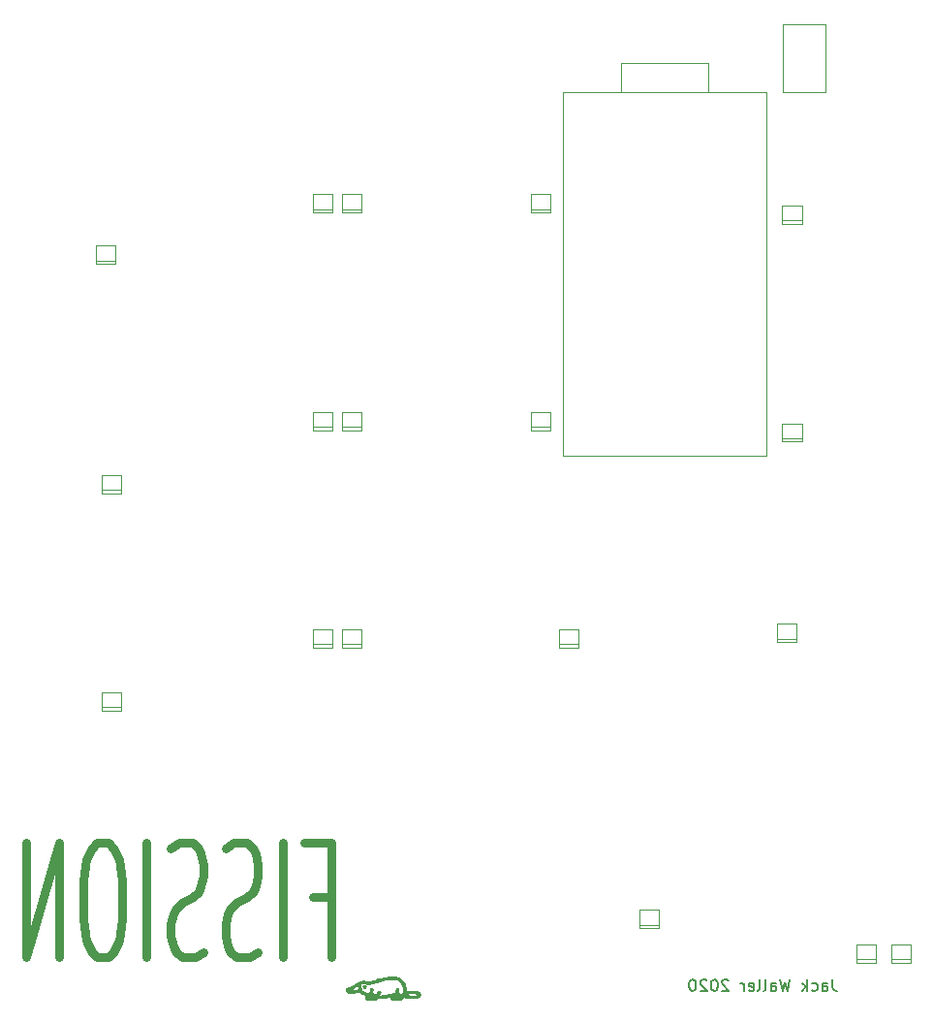
<source format=gbr>
%TF.GenerationSoftware,KiCad,Pcbnew,(5.1.6)-1*%
%TF.CreationDate,2020-08-26T09:56:27+01:00*%
%TF.ProjectId,Fission,46697373-696f-46e2-9e6b-696361645f70,rev?*%
%TF.SameCoordinates,Original*%
%TF.FileFunction,Legend,Bot*%
%TF.FilePolarity,Positive*%
%FSLAX46Y46*%
G04 Gerber Fmt 4.6, Leading zero omitted, Abs format (unit mm)*
G04 Created by KiCad (PCBNEW (5.1.6)-1) date 2020-08-26 09:56:27*
%MOMM*%
%LPD*%
G01*
G04 APERTURE LIST*
%ADD10C,0.150000*%
%ADD11C,0.750000*%
%ADD12C,0.010000*%
%ADD13C,0.120000*%
G04 APERTURE END LIST*
D10*
X124095238Y-141452380D02*
X124095238Y-142166666D01*
X124142857Y-142309523D01*
X124238095Y-142404761D01*
X124380952Y-142452380D01*
X124476190Y-142452380D01*
X123190476Y-142452380D02*
X123190476Y-141928571D01*
X123238095Y-141833333D01*
X123333333Y-141785714D01*
X123523809Y-141785714D01*
X123619047Y-141833333D01*
X123190476Y-142404761D02*
X123285714Y-142452380D01*
X123523809Y-142452380D01*
X123619047Y-142404761D01*
X123666666Y-142309523D01*
X123666666Y-142214285D01*
X123619047Y-142119047D01*
X123523809Y-142071428D01*
X123285714Y-142071428D01*
X123190476Y-142023809D01*
X122285714Y-142404761D02*
X122380952Y-142452380D01*
X122571428Y-142452380D01*
X122666666Y-142404761D01*
X122714285Y-142357142D01*
X122761904Y-142261904D01*
X122761904Y-141976190D01*
X122714285Y-141880952D01*
X122666666Y-141833333D01*
X122571428Y-141785714D01*
X122380952Y-141785714D01*
X122285714Y-141833333D01*
X121857142Y-142452380D02*
X121857142Y-141452380D01*
X121761904Y-142071428D02*
X121476190Y-142452380D01*
X121476190Y-141785714D02*
X121857142Y-142166666D01*
X120380952Y-141452380D02*
X120142857Y-142452380D01*
X119952380Y-141738095D01*
X119761904Y-142452380D01*
X119523809Y-141452380D01*
X118714285Y-142452380D02*
X118714285Y-141928571D01*
X118761904Y-141833333D01*
X118857142Y-141785714D01*
X119047619Y-141785714D01*
X119142857Y-141833333D01*
X118714285Y-142404761D02*
X118809523Y-142452380D01*
X119047619Y-142452380D01*
X119142857Y-142404761D01*
X119190476Y-142309523D01*
X119190476Y-142214285D01*
X119142857Y-142119047D01*
X119047619Y-142071428D01*
X118809523Y-142071428D01*
X118714285Y-142023809D01*
X118095238Y-142452380D02*
X118190476Y-142404761D01*
X118238095Y-142309523D01*
X118238095Y-141452380D01*
X117571428Y-142452380D02*
X117666666Y-142404761D01*
X117714285Y-142309523D01*
X117714285Y-141452380D01*
X116809523Y-142404761D02*
X116904761Y-142452380D01*
X117095238Y-142452380D01*
X117190476Y-142404761D01*
X117238095Y-142309523D01*
X117238095Y-141928571D01*
X117190476Y-141833333D01*
X117095238Y-141785714D01*
X116904761Y-141785714D01*
X116809523Y-141833333D01*
X116761904Y-141928571D01*
X116761904Y-142023809D01*
X117238095Y-142119047D01*
X116333333Y-142452380D02*
X116333333Y-141785714D01*
X116333333Y-141976190D02*
X116285714Y-141880952D01*
X116238095Y-141833333D01*
X116142857Y-141785714D01*
X116047619Y-141785714D01*
X115000000Y-141547619D02*
X114952380Y-141500000D01*
X114857142Y-141452380D01*
X114619047Y-141452380D01*
X114523809Y-141500000D01*
X114476190Y-141547619D01*
X114428571Y-141642857D01*
X114428571Y-141738095D01*
X114476190Y-141880952D01*
X115047619Y-142452380D01*
X114428571Y-142452380D01*
X113809523Y-141452380D02*
X113714285Y-141452380D01*
X113619047Y-141500000D01*
X113571428Y-141547619D01*
X113523809Y-141642857D01*
X113476190Y-141833333D01*
X113476190Y-142071428D01*
X113523809Y-142261904D01*
X113571428Y-142357142D01*
X113619047Y-142404761D01*
X113714285Y-142452380D01*
X113809523Y-142452380D01*
X113904761Y-142404761D01*
X113952380Y-142357142D01*
X114000000Y-142261904D01*
X114047619Y-142071428D01*
X114047619Y-141833333D01*
X114000000Y-141642857D01*
X113952380Y-141547619D01*
X113904761Y-141500000D01*
X113809523Y-141452380D01*
X113095238Y-141547619D02*
X113047619Y-141500000D01*
X112952380Y-141452380D01*
X112714285Y-141452380D01*
X112619047Y-141500000D01*
X112571428Y-141547619D01*
X112523809Y-141642857D01*
X112523809Y-141738095D01*
X112571428Y-141880952D01*
X113142857Y-142452380D01*
X112523809Y-142452380D01*
X111904761Y-141452380D02*
X111809523Y-141452380D01*
X111714285Y-141500000D01*
X111666666Y-141547619D01*
X111619047Y-141642857D01*
X111571428Y-141833333D01*
X111571428Y-142071428D01*
X111619047Y-142261904D01*
X111666666Y-142357142D01*
X111714285Y-142404761D01*
X111809523Y-142452380D01*
X111904761Y-142452380D01*
X112000000Y-142404761D01*
X112047619Y-142357142D01*
X112095238Y-142261904D01*
X112142857Y-142071428D01*
X112142857Y-141833333D01*
X112095238Y-141642857D01*
X112047619Y-141547619D01*
X112000000Y-141500000D01*
X111904761Y-141452380D01*
D11*
X78655357Y-134285714D02*
X80322023Y-134285714D01*
X80322023Y-139523809D02*
X80322023Y-129523809D01*
X77941071Y-129523809D01*
X76036309Y-139523809D02*
X76036309Y-129523809D01*
X73893452Y-139047619D02*
X73179166Y-139523809D01*
X71988690Y-139523809D01*
X71512500Y-139047619D01*
X71274404Y-138571428D01*
X71036309Y-137619047D01*
X71036309Y-136666666D01*
X71274404Y-135714285D01*
X71512500Y-135238095D01*
X71988690Y-134761904D01*
X72941071Y-134285714D01*
X73417261Y-133809523D01*
X73655357Y-133333333D01*
X73893452Y-132380952D01*
X73893452Y-131428571D01*
X73655357Y-130476190D01*
X73417261Y-130000000D01*
X72941071Y-129523809D01*
X71750595Y-129523809D01*
X71036309Y-130000000D01*
X69131547Y-139047619D02*
X68417261Y-139523809D01*
X67226785Y-139523809D01*
X66750595Y-139047619D01*
X66512500Y-138571428D01*
X66274404Y-137619047D01*
X66274404Y-136666666D01*
X66512500Y-135714285D01*
X66750595Y-135238095D01*
X67226785Y-134761904D01*
X68179166Y-134285714D01*
X68655357Y-133809523D01*
X68893452Y-133333333D01*
X69131547Y-132380952D01*
X69131547Y-131428571D01*
X68893452Y-130476190D01*
X68655357Y-130000000D01*
X68179166Y-129523809D01*
X66988690Y-129523809D01*
X66274404Y-130000000D01*
X64131547Y-139523809D02*
X64131547Y-129523809D01*
X60798214Y-129523809D02*
X59845833Y-129523809D01*
X59369642Y-130000000D01*
X58893452Y-130952380D01*
X58655357Y-132857142D01*
X58655357Y-136190476D01*
X58893452Y-138095238D01*
X59369642Y-139047619D01*
X59845833Y-139523809D01*
X60798214Y-139523809D01*
X61274404Y-139047619D01*
X61750595Y-138095238D01*
X61988690Y-136190476D01*
X61988690Y-132857142D01*
X61750595Y-130952380D01*
X61274404Y-130000000D01*
X60798214Y-129523809D01*
X56512500Y-139523809D02*
X56512500Y-129523809D01*
X53655357Y-139523809D01*
X53655357Y-129523809D01*
D12*
%TO.C,G\u002A\u002A\u002A*%
G36*
X85468750Y-141201128D02*
G01*
X85275621Y-141218664D01*
X85073649Y-141248007D01*
X84860200Y-141289650D01*
X84632642Y-141344086D01*
X84388340Y-141411807D01*
X84215800Y-141464287D01*
X84063983Y-141511419D01*
X83934778Y-141550412D01*
X83826864Y-141581631D01*
X83738918Y-141605442D01*
X83669619Y-141622209D01*
X83617644Y-141632298D01*
X83598548Y-141634867D01*
X83551893Y-141636837D01*
X83494998Y-141633122D01*
X83422787Y-141623224D01*
X83351747Y-141610740D01*
X83281569Y-141597986D01*
X83213684Y-141586324D01*
X83155358Y-141576959D01*
X83113855Y-141571096D01*
X83110447Y-141570696D01*
X83000411Y-141570590D01*
X82887773Y-141593801D01*
X82776486Y-141639111D01*
X82670500Y-141705296D01*
X82667416Y-141707613D01*
X82617243Y-141739813D01*
X82555653Y-141771369D01*
X82500804Y-141793772D01*
X82409115Y-141831335D01*
X82314458Y-141882297D01*
X82211677Y-141949556D01*
X82169037Y-141980271D01*
X82117094Y-142015398D01*
X82059744Y-142049490D01*
X82012616Y-142073620D01*
X81971144Y-142090821D01*
X81916869Y-142111227D01*
X81855257Y-142133027D01*
X81791775Y-142154410D01*
X81731887Y-142173566D01*
X81681062Y-142188686D01*
X81644765Y-142197958D01*
X81631008Y-142199999D01*
X81599956Y-142211392D01*
X81572286Y-142240534D01*
X81553584Y-142279868D01*
X81548800Y-142311229D01*
X81559268Y-142372061D01*
X81587753Y-142438490D01*
X81629884Y-142504124D01*
X81681288Y-142562569D01*
X81737592Y-142607431D01*
X81759907Y-142619853D01*
X81787206Y-142632057D01*
X81812567Y-142639681D01*
X81842221Y-142643318D01*
X81882399Y-142643559D01*
X81939333Y-142640995D01*
X81966248Y-142639432D01*
X82023269Y-142635005D01*
X82099316Y-142627597D01*
X82188277Y-142617887D01*
X82284044Y-142606552D01*
X82380504Y-142594269D01*
X82414180Y-142589752D01*
X82714409Y-142548880D01*
X82762380Y-142590348D01*
X82800916Y-142617928D01*
X82858371Y-142651611D01*
X82929759Y-142688908D01*
X83010097Y-142727328D01*
X83094401Y-142764383D01*
X83176137Y-142797001D01*
X83285824Y-142838273D01*
X83261416Y-142893452D01*
X83244398Y-142945150D01*
X83232988Y-143005961D01*
X83228081Y-143066867D01*
X83230572Y-143118853D01*
X83236583Y-143143589D01*
X83245572Y-143162924D01*
X83257624Y-143178586D01*
X83275268Y-143190922D01*
X83301031Y-143200283D01*
X83337442Y-143207017D01*
X83387030Y-143211474D01*
X83452322Y-143214003D01*
X83535847Y-143214953D01*
X83640134Y-143214674D01*
X83744548Y-143213756D01*
X83861922Y-143212466D01*
X83956867Y-143210932D01*
X84032354Y-143208688D01*
X84091354Y-143205264D01*
X84136837Y-143200191D01*
X84171773Y-143193000D01*
X84199133Y-143183224D01*
X84221888Y-143170393D01*
X84243007Y-143154038D01*
X84265462Y-143133690D01*
X84268211Y-143131123D01*
X84282180Y-143119405D01*
X84298095Y-143110687D01*
X84320206Y-143104212D01*
X84352764Y-143099218D01*
X84400022Y-143094949D01*
X84466232Y-143090643D01*
X84508684Y-143088188D01*
X84698296Y-143074849D01*
X84874680Y-143056585D01*
X85048332Y-143032015D01*
X85229750Y-142999753D01*
X85325534Y-142980538D01*
X85383835Y-142968515D01*
X85414771Y-142962194D01*
X84113176Y-142962194D01*
X84110861Y-142967802D01*
X84101500Y-142974700D01*
X84083382Y-142978358D01*
X84043118Y-142981546D01*
X83983961Y-142984139D01*
X83909162Y-142986013D01*
X83821974Y-142987044D01*
X83774029Y-142987205D01*
X83677878Y-142987199D01*
X83604286Y-142986888D01*
X83550410Y-142986040D01*
X83513410Y-142984422D01*
X83490444Y-142981801D01*
X83478670Y-142977942D01*
X83475246Y-142972615D01*
X83477332Y-142965585D01*
X83478673Y-142962984D01*
X83513609Y-142921920D01*
X83564866Y-142891834D01*
X83610269Y-142879504D01*
X83647196Y-142878832D01*
X83704356Y-142884736D01*
X83783130Y-142897405D01*
X83884576Y-142916960D01*
X83956300Y-142931492D01*
X84019162Y-142944096D01*
X84069033Y-142953954D01*
X84101787Y-142960249D01*
X84113176Y-142962194D01*
X85414771Y-142962194D01*
X85432175Y-142958638D01*
X85465648Y-142951902D01*
X85479348Y-142949303D01*
X85479413Y-142949300D01*
X85480075Y-142960881D01*
X85478970Y-142991311D01*
X85476340Y-143034117D01*
X85476197Y-143036123D01*
X85473660Y-143081667D01*
X85474728Y-143118807D01*
X85481684Y-143148390D01*
X85496810Y-143171258D01*
X85522390Y-143188257D01*
X85560704Y-143200231D01*
X85614036Y-143208023D01*
X85684668Y-143212480D01*
X85774882Y-143214444D01*
X85886961Y-143214760D01*
X85958468Y-143214539D01*
X86055434Y-143213863D01*
X86146057Y-143212671D01*
X86226676Y-143211057D01*
X86293627Y-143209111D01*
X86343249Y-143206926D01*
X86371877Y-143204594D01*
X86374800Y-143204109D01*
X86440896Y-143181712D01*
X86499680Y-143145045D01*
X86545288Y-143098858D01*
X86571856Y-143047902D01*
X86573031Y-143043571D01*
X86576540Y-143029643D01*
X86581582Y-143020438D01*
X86592232Y-143015820D01*
X86612561Y-143015649D01*
X86646643Y-143019790D01*
X86698552Y-143028105D01*
X86754390Y-143037460D01*
X86830004Y-143049554D01*
X86912903Y-143061935D01*
X86990609Y-143072776D01*
X87028850Y-143077694D01*
X87095953Y-143083941D01*
X87178308Y-143088532D01*
X87270579Y-143091469D01*
X87367430Y-143092756D01*
X87463524Y-143092393D01*
X87553524Y-143090383D01*
X87632093Y-143086728D01*
X87693896Y-143081431D01*
X87721000Y-143077410D01*
X87829073Y-143048093D01*
X87915858Y-143005380D01*
X87966361Y-142962194D01*
X86361076Y-142962194D01*
X86358761Y-142967802D01*
X86349400Y-142974700D01*
X86331849Y-142978309D01*
X86294057Y-142981312D01*
X86240168Y-142983699D01*
X86174325Y-142985462D01*
X86100672Y-142986593D01*
X86023350Y-142987082D01*
X85946503Y-142986921D01*
X85874275Y-142986102D01*
X85810808Y-142984616D01*
X85760245Y-142982454D01*
X85726729Y-142979608D01*
X85714403Y-142976069D01*
X85714400Y-142976015D01*
X85723183Y-142961494D01*
X85745387Y-142937931D01*
X85758315Y-142926074D01*
X85786854Y-142904168D01*
X85817094Y-142889220D01*
X85852809Y-142881138D01*
X85897776Y-142879830D01*
X85955769Y-142885204D01*
X86030563Y-142897168D01*
X86125933Y-142915630D01*
X86132476Y-142916960D01*
X86204200Y-142931492D01*
X86267062Y-142944096D01*
X86316933Y-142953954D01*
X86349687Y-142960249D01*
X86361076Y-142962194D01*
X87966361Y-142962194D01*
X87981841Y-142948957D01*
X88027072Y-142879450D01*
X88042722Y-142828758D01*
X88050018Y-142768445D01*
X88049960Y-142765801D01*
X87831213Y-142765801D01*
X87818123Y-142793273D01*
X87785590Y-142819218D01*
X87736515Y-142841464D01*
X87673796Y-142857836D01*
X87660343Y-142860140D01*
X87602994Y-142865866D01*
X87525557Y-142868805D01*
X87433172Y-142869128D01*
X87330976Y-142867009D01*
X87224109Y-142862617D01*
X87117710Y-142856127D01*
X87016919Y-142847709D01*
X86926873Y-142837536D01*
X86908200Y-142834963D01*
X86840569Y-142825032D01*
X86782329Y-142816041D01*
X86737880Y-142808703D01*
X86711623Y-142803734D01*
X86706455Y-142802212D01*
X86709007Y-142789694D01*
X86721345Y-142767496D01*
X86749070Y-142744118D01*
X86798458Y-142722107D01*
X86865787Y-142701985D01*
X86947333Y-142684270D01*
X87039373Y-142669484D01*
X87138186Y-142658145D01*
X87240048Y-142650775D01*
X87341237Y-142647893D01*
X87438029Y-142650019D01*
X87516442Y-142656425D01*
X87598012Y-142668144D01*
X87673635Y-142683170D01*
X87738700Y-142700256D01*
X87788592Y-142718156D01*
X87818700Y-142735623D01*
X87821960Y-142738978D01*
X87831213Y-142765801D01*
X88049960Y-142765801D01*
X88048693Y-142708533D01*
X88038478Y-142659047D01*
X88033284Y-142647044D01*
X87989886Y-142588935D01*
X87924281Y-142538933D01*
X87835679Y-142496551D01*
X87735848Y-142464583D01*
X87666899Y-142450886D01*
X87578675Y-142440447D01*
X87477109Y-142433415D01*
X87368133Y-142429939D01*
X87257682Y-142430167D01*
X87151688Y-142434250D01*
X87056085Y-142442336D01*
X87022500Y-142446664D01*
X86962717Y-142455570D01*
X86910976Y-142463760D01*
X86873184Y-142470268D01*
X86856004Y-142473883D01*
X86845244Y-142473154D01*
X86837743Y-142460333D01*
X86833595Y-142438714D01*
X86602576Y-142438714D01*
X86602489Y-142479357D01*
X86598202Y-142509940D01*
X86588636Y-142538091D01*
X86572712Y-142571439D01*
X86572459Y-142571940D01*
X86543559Y-142621852D01*
X86508572Y-142672646D01*
X86490575Y-142695202D01*
X86443261Y-142750137D01*
X86075951Y-142678521D01*
X86105511Y-142563085D01*
X86120161Y-142498595D01*
X86132666Y-142430429D01*
X86140812Y-142371024D01*
X86141926Y-142358750D01*
X86144710Y-142310195D01*
X86142960Y-142279295D01*
X86135380Y-142258514D01*
X86121739Y-142241428D01*
X86079697Y-142211783D01*
X86032941Y-142201394D01*
X85988333Y-142210165D01*
X85952737Y-142238001D01*
X85948583Y-142243838D01*
X85936659Y-142271885D01*
X85924882Y-142315652D01*
X85915947Y-142364757D01*
X85905614Y-142424734D01*
X85890801Y-142493490D01*
X85875600Y-142552870D01*
X85847750Y-142650800D01*
X85785112Y-142654742D01*
X85748175Y-142659285D01*
X85693933Y-142668740D01*
X85629688Y-142681724D01*
X85562862Y-142696825D01*
X85409916Y-142732543D01*
X85273988Y-142762206D01*
X85148499Y-142786904D01*
X85026871Y-142807721D01*
X84902525Y-142825747D01*
X84768881Y-142842066D01*
X84619361Y-142857767D01*
X84546000Y-142864840D01*
X84470039Y-142870539D01*
X84418794Y-142870954D01*
X84392133Y-142866080D01*
X84389014Y-142857225D01*
X84399421Y-142840912D01*
X84420734Y-142808100D01*
X84449883Y-142763497D01*
X84483797Y-142711812D01*
X84485013Y-142709963D01*
X84525446Y-142646278D01*
X84552039Y-142598613D01*
X84566714Y-142563067D01*
X84571394Y-142535743D01*
X84571400Y-142534760D01*
X84560362Y-142487839D01*
X84531216Y-142452391D01*
X84489915Y-142431752D01*
X84442414Y-142429259D01*
X84405441Y-142441759D01*
X84389288Y-142457001D01*
X84362971Y-142489093D01*
X84330001Y-142533482D01*
X84293893Y-142585617D01*
X84290310Y-142590984D01*
X84255480Y-142643056D01*
X84225340Y-142687608D01*
X84202871Y-142720274D01*
X84191051Y-142736686D01*
X84190455Y-142737393D01*
X84175302Y-142738766D01*
X84140005Y-142735492D01*
X84089270Y-142728191D01*
X84027800Y-142717481D01*
X84003044Y-142712733D01*
X83824946Y-142677729D01*
X83842170Y-142628910D01*
X83856896Y-142578412D01*
X83871541Y-142513625D01*
X83884426Y-142443817D01*
X83893871Y-142378257D01*
X83898195Y-142326212D01*
X83898300Y-142319247D01*
X83887685Y-142264981D01*
X83858557Y-142225436D01*
X83814992Y-142203799D01*
X83761067Y-142203258D01*
X83752411Y-142205174D01*
X83721609Y-142220568D01*
X83698565Y-142251308D01*
X83681538Y-142300783D01*
X83669627Y-142366202D01*
X83658458Y-142429944D01*
X83642584Y-142500946D01*
X83627672Y-142556109D01*
X83598954Y-142650850D01*
X83542252Y-142661830D01*
X83516657Y-142665517D01*
X83491458Y-142665108D01*
X83461393Y-142659405D01*
X83421196Y-142647207D01*
X83365605Y-142627318D01*
X83326800Y-142612756D01*
X83247366Y-142581519D01*
X83166717Y-142547706D01*
X83089484Y-142513456D01*
X83020299Y-142480906D01*
X82963793Y-142452194D01*
X82924598Y-142429460D01*
X82914920Y-142422609D01*
X82904119Y-142410699D01*
X82896155Y-142391549D01*
X82890125Y-142360580D01*
X82885126Y-142313215D01*
X82884879Y-142309764D01*
X82663658Y-142309764D01*
X82661958Y-142322976D01*
X82647615Y-142326810D01*
X82611856Y-142333228D01*
X82558478Y-142341713D01*
X82491274Y-142351751D01*
X82414040Y-142362824D01*
X82330570Y-142374417D01*
X82244660Y-142386015D01*
X82160104Y-142397100D01*
X82080698Y-142407158D01*
X82010236Y-142415673D01*
X81952514Y-142422128D01*
X81911326Y-142426007D01*
X81898050Y-142426823D01*
X81867002Y-142420096D01*
X81850425Y-142410921D01*
X81832694Y-142394579D01*
X81828200Y-142386826D01*
X81839335Y-142379736D01*
X81868211Y-142368720D01*
X81899949Y-142358744D01*
X82020487Y-142316315D01*
X82143080Y-142259942D01*
X82256748Y-142194967D01*
X82306761Y-142160952D01*
X82363439Y-142121792D01*
X82423435Y-142083727D01*
X82481901Y-142049477D01*
X82533988Y-142021766D01*
X82574845Y-142003314D01*
X82599129Y-141996839D01*
X82611947Y-142007829D01*
X82624830Y-142035191D01*
X82627697Y-142044425D01*
X82635547Y-142079268D01*
X82643683Y-142126230D01*
X82651334Y-142179036D01*
X82657728Y-142231411D01*
X82662093Y-142277079D01*
X82663658Y-142309764D01*
X82884879Y-142309764D01*
X82880437Y-142247714D01*
X82874061Y-142174917D01*
X82864594Y-142099651D01*
X82853443Y-142031989D01*
X82844642Y-141991593D01*
X82832625Y-141943585D01*
X82823583Y-141904998D01*
X82819052Y-141882467D01*
X82818800Y-141879929D01*
X82829426Y-141869318D01*
X82857336Y-141852099D01*
X82896580Y-141831927D01*
X82898175Y-141831170D01*
X82945670Y-141811513D01*
X82992400Y-141799361D01*
X83043351Y-141794633D01*
X83103512Y-141797249D01*
X83177869Y-141807130D01*
X83271409Y-141824195D01*
X83276000Y-141825101D01*
X83355333Y-141839825D01*
X83426996Y-141850373D01*
X83494236Y-141856310D01*
X83560299Y-141857202D01*
X83628433Y-141852613D01*
X83701885Y-141842109D01*
X83783901Y-141825256D01*
X83877729Y-141801617D01*
X83986616Y-141770759D01*
X84113808Y-141732247D01*
X84222150Y-141698399D01*
X84506900Y-141613117D01*
X84771518Y-141542994D01*
X85015966Y-141488038D01*
X85240206Y-141448257D01*
X85444198Y-141423656D01*
X85627906Y-141414245D01*
X85739800Y-141416449D01*
X85890523Y-141434963D01*
X86026667Y-141474166D01*
X86148912Y-141534445D01*
X86257941Y-141616186D01*
X86354436Y-141719773D01*
X86407887Y-141794550D01*
X86487935Y-141940370D01*
X86548066Y-142098528D01*
X86586499Y-142263583D01*
X86599542Y-142380382D01*
X86602576Y-142438714D01*
X86833595Y-142438714D01*
X86832110Y-142430976D01*
X86827007Y-142381266D01*
X86800016Y-142186207D01*
X86754351Y-142004578D01*
X86690646Y-141837593D01*
X86609537Y-141686467D01*
X86511660Y-141552415D01*
X86397651Y-141436651D01*
X86289783Y-141354368D01*
X86180324Y-141292166D01*
X86062135Y-141246037D01*
X85931730Y-141215102D01*
X85785618Y-141198484D01*
X85655670Y-141194907D01*
X85468750Y-141201128D01*
G37*
X85468750Y-141201128D02*
X85275621Y-141218664D01*
X85073649Y-141248007D01*
X84860200Y-141289650D01*
X84632642Y-141344086D01*
X84388340Y-141411807D01*
X84215800Y-141464287D01*
X84063983Y-141511419D01*
X83934778Y-141550412D01*
X83826864Y-141581631D01*
X83738918Y-141605442D01*
X83669619Y-141622209D01*
X83617644Y-141632298D01*
X83598548Y-141634867D01*
X83551893Y-141636837D01*
X83494998Y-141633122D01*
X83422787Y-141623224D01*
X83351747Y-141610740D01*
X83281569Y-141597986D01*
X83213684Y-141586324D01*
X83155358Y-141576959D01*
X83113855Y-141571096D01*
X83110447Y-141570696D01*
X83000411Y-141570590D01*
X82887773Y-141593801D01*
X82776486Y-141639111D01*
X82670500Y-141705296D01*
X82667416Y-141707613D01*
X82617243Y-141739813D01*
X82555653Y-141771369D01*
X82500804Y-141793772D01*
X82409115Y-141831335D01*
X82314458Y-141882297D01*
X82211677Y-141949556D01*
X82169037Y-141980271D01*
X82117094Y-142015398D01*
X82059744Y-142049490D01*
X82012616Y-142073620D01*
X81971144Y-142090821D01*
X81916869Y-142111227D01*
X81855257Y-142133027D01*
X81791775Y-142154410D01*
X81731887Y-142173566D01*
X81681062Y-142188686D01*
X81644765Y-142197958D01*
X81631008Y-142199999D01*
X81599956Y-142211392D01*
X81572286Y-142240534D01*
X81553584Y-142279868D01*
X81548800Y-142311229D01*
X81559268Y-142372061D01*
X81587753Y-142438490D01*
X81629884Y-142504124D01*
X81681288Y-142562569D01*
X81737592Y-142607431D01*
X81759907Y-142619853D01*
X81787206Y-142632057D01*
X81812567Y-142639681D01*
X81842221Y-142643318D01*
X81882399Y-142643559D01*
X81939333Y-142640995D01*
X81966248Y-142639432D01*
X82023269Y-142635005D01*
X82099316Y-142627597D01*
X82188277Y-142617887D01*
X82284044Y-142606552D01*
X82380504Y-142594269D01*
X82414180Y-142589752D01*
X82714409Y-142548880D01*
X82762380Y-142590348D01*
X82800916Y-142617928D01*
X82858371Y-142651611D01*
X82929759Y-142688908D01*
X83010097Y-142727328D01*
X83094401Y-142764383D01*
X83176137Y-142797001D01*
X83285824Y-142838273D01*
X83261416Y-142893452D01*
X83244398Y-142945150D01*
X83232988Y-143005961D01*
X83228081Y-143066867D01*
X83230572Y-143118853D01*
X83236583Y-143143589D01*
X83245572Y-143162924D01*
X83257624Y-143178586D01*
X83275268Y-143190922D01*
X83301031Y-143200283D01*
X83337442Y-143207017D01*
X83387030Y-143211474D01*
X83452322Y-143214003D01*
X83535847Y-143214953D01*
X83640134Y-143214674D01*
X83744548Y-143213756D01*
X83861922Y-143212466D01*
X83956867Y-143210932D01*
X84032354Y-143208688D01*
X84091354Y-143205264D01*
X84136837Y-143200191D01*
X84171773Y-143193000D01*
X84199133Y-143183224D01*
X84221888Y-143170393D01*
X84243007Y-143154038D01*
X84265462Y-143133690D01*
X84268211Y-143131123D01*
X84282180Y-143119405D01*
X84298095Y-143110687D01*
X84320206Y-143104212D01*
X84352764Y-143099218D01*
X84400022Y-143094949D01*
X84466232Y-143090643D01*
X84508684Y-143088188D01*
X84698296Y-143074849D01*
X84874680Y-143056585D01*
X85048332Y-143032015D01*
X85229750Y-142999753D01*
X85325534Y-142980538D01*
X85383835Y-142968515D01*
X85414771Y-142962194D01*
X84113176Y-142962194D01*
X84110861Y-142967802D01*
X84101500Y-142974700D01*
X84083382Y-142978358D01*
X84043118Y-142981546D01*
X83983961Y-142984139D01*
X83909162Y-142986013D01*
X83821974Y-142987044D01*
X83774029Y-142987205D01*
X83677878Y-142987199D01*
X83604286Y-142986888D01*
X83550410Y-142986040D01*
X83513410Y-142984422D01*
X83490444Y-142981801D01*
X83478670Y-142977942D01*
X83475246Y-142972615D01*
X83477332Y-142965585D01*
X83478673Y-142962984D01*
X83513609Y-142921920D01*
X83564866Y-142891834D01*
X83610269Y-142879504D01*
X83647196Y-142878832D01*
X83704356Y-142884736D01*
X83783130Y-142897405D01*
X83884576Y-142916960D01*
X83956300Y-142931492D01*
X84019162Y-142944096D01*
X84069033Y-142953954D01*
X84101787Y-142960249D01*
X84113176Y-142962194D01*
X85414771Y-142962194D01*
X85432175Y-142958638D01*
X85465648Y-142951902D01*
X85479348Y-142949303D01*
X85479413Y-142949300D01*
X85480075Y-142960881D01*
X85478970Y-142991311D01*
X85476340Y-143034117D01*
X85476197Y-143036123D01*
X85473660Y-143081667D01*
X85474728Y-143118807D01*
X85481684Y-143148390D01*
X85496810Y-143171258D01*
X85522390Y-143188257D01*
X85560704Y-143200231D01*
X85614036Y-143208023D01*
X85684668Y-143212480D01*
X85774882Y-143214444D01*
X85886961Y-143214760D01*
X85958468Y-143214539D01*
X86055434Y-143213863D01*
X86146057Y-143212671D01*
X86226676Y-143211057D01*
X86293627Y-143209111D01*
X86343249Y-143206926D01*
X86371877Y-143204594D01*
X86374800Y-143204109D01*
X86440896Y-143181712D01*
X86499680Y-143145045D01*
X86545288Y-143098858D01*
X86571856Y-143047902D01*
X86573031Y-143043571D01*
X86576540Y-143029643D01*
X86581582Y-143020438D01*
X86592232Y-143015820D01*
X86612561Y-143015649D01*
X86646643Y-143019790D01*
X86698552Y-143028105D01*
X86754390Y-143037460D01*
X86830004Y-143049554D01*
X86912903Y-143061935D01*
X86990609Y-143072776D01*
X87028850Y-143077694D01*
X87095953Y-143083941D01*
X87178308Y-143088532D01*
X87270579Y-143091469D01*
X87367430Y-143092756D01*
X87463524Y-143092393D01*
X87553524Y-143090383D01*
X87632093Y-143086728D01*
X87693896Y-143081431D01*
X87721000Y-143077410D01*
X87829073Y-143048093D01*
X87915858Y-143005380D01*
X87966361Y-142962194D01*
X86361076Y-142962194D01*
X86358761Y-142967802D01*
X86349400Y-142974700D01*
X86331849Y-142978309D01*
X86294057Y-142981312D01*
X86240168Y-142983699D01*
X86174325Y-142985462D01*
X86100672Y-142986593D01*
X86023350Y-142987082D01*
X85946503Y-142986921D01*
X85874275Y-142986102D01*
X85810808Y-142984616D01*
X85760245Y-142982454D01*
X85726729Y-142979608D01*
X85714403Y-142976069D01*
X85714400Y-142976015D01*
X85723183Y-142961494D01*
X85745387Y-142937931D01*
X85758315Y-142926074D01*
X85786854Y-142904168D01*
X85817094Y-142889220D01*
X85852809Y-142881138D01*
X85897776Y-142879830D01*
X85955769Y-142885204D01*
X86030563Y-142897168D01*
X86125933Y-142915630D01*
X86132476Y-142916960D01*
X86204200Y-142931492D01*
X86267062Y-142944096D01*
X86316933Y-142953954D01*
X86349687Y-142960249D01*
X86361076Y-142962194D01*
X87966361Y-142962194D01*
X87981841Y-142948957D01*
X88027072Y-142879450D01*
X88042722Y-142828758D01*
X88050018Y-142768445D01*
X88049960Y-142765801D01*
X87831213Y-142765801D01*
X87818123Y-142793273D01*
X87785590Y-142819218D01*
X87736515Y-142841464D01*
X87673796Y-142857836D01*
X87660343Y-142860140D01*
X87602994Y-142865866D01*
X87525557Y-142868805D01*
X87433172Y-142869128D01*
X87330976Y-142867009D01*
X87224109Y-142862617D01*
X87117710Y-142856127D01*
X87016919Y-142847709D01*
X86926873Y-142837536D01*
X86908200Y-142834963D01*
X86840569Y-142825032D01*
X86782329Y-142816041D01*
X86737880Y-142808703D01*
X86711623Y-142803734D01*
X86706455Y-142802212D01*
X86709007Y-142789694D01*
X86721345Y-142767496D01*
X86749070Y-142744118D01*
X86798458Y-142722107D01*
X86865787Y-142701985D01*
X86947333Y-142684270D01*
X87039373Y-142669484D01*
X87138186Y-142658145D01*
X87240048Y-142650775D01*
X87341237Y-142647893D01*
X87438029Y-142650019D01*
X87516442Y-142656425D01*
X87598012Y-142668144D01*
X87673635Y-142683170D01*
X87738700Y-142700256D01*
X87788592Y-142718156D01*
X87818700Y-142735623D01*
X87821960Y-142738978D01*
X87831213Y-142765801D01*
X88049960Y-142765801D01*
X88048693Y-142708533D01*
X88038478Y-142659047D01*
X88033284Y-142647044D01*
X87989886Y-142588935D01*
X87924281Y-142538933D01*
X87835679Y-142496551D01*
X87735848Y-142464583D01*
X87666899Y-142450886D01*
X87578675Y-142440447D01*
X87477109Y-142433415D01*
X87368133Y-142429939D01*
X87257682Y-142430167D01*
X87151688Y-142434250D01*
X87056085Y-142442336D01*
X87022500Y-142446664D01*
X86962717Y-142455570D01*
X86910976Y-142463760D01*
X86873184Y-142470268D01*
X86856004Y-142473883D01*
X86845244Y-142473154D01*
X86837743Y-142460333D01*
X86833595Y-142438714D01*
X86602576Y-142438714D01*
X86602489Y-142479357D01*
X86598202Y-142509940D01*
X86588636Y-142538091D01*
X86572712Y-142571439D01*
X86572459Y-142571940D01*
X86543559Y-142621852D01*
X86508572Y-142672646D01*
X86490575Y-142695202D01*
X86443261Y-142750137D01*
X86075951Y-142678521D01*
X86105511Y-142563085D01*
X86120161Y-142498595D01*
X86132666Y-142430429D01*
X86140812Y-142371024D01*
X86141926Y-142358750D01*
X86144710Y-142310195D01*
X86142960Y-142279295D01*
X86135380Y-142258514D01*
X86121739Y-142241428D01*
X86079697Y-142211783D01*
X86032941Y-142201394D01*
X85988333Y-142210165D01*
X85952737Y-142238001D01*
X85948583Y-142243838D01*
X85936659Y-142271885D01*
X85924882Y-142315652D01*
X85915947Y-142364757D01*
X85905614Y-142424734D01*
X85890801Y-142493490D01*
X85875600Y-142552870D01*
X85847750Y-142650800D01*
X85785112Y-142654742D01*
X85748175Y-142659285D01*
X85693933Y-142668740D01*
X85629688Y-142681724D01*
X85562862Y-142696825D01*
X85409916Y-142732543D01*
X85273988Y-142762206D01*
X85148499Y-142786904D01*
X85026871Y-142807721D01*
X84902525Y-142825747D01*
X84768881Y-142842066D01*
X84619361Y-142857767D01*
X84546000Y-142864840D01*
X84470039Y-142870539D01*
X84418794Y-142870954D01*
X84392133Y-142866080D01*
X84389014Y-142857225D01*
X84399421Y-142840912D01*
X84420734Y-142808100D01*
X84449883Y-142763497D01*
X84483797Y-142711812D01*
X84485013Y-142709963D01*
X84525446Y-142646278D01*
X84552039Y-142598613D01*
X84566714Y-142563067D01*
X84571394Y-142535743D01*
X84571400Y-142534760D01*
X84560362Y-142487839D01*
X84531216Y-142452391D01*
X84489915Y-142431752D01*
X84442414Y-142429259D01*
X84405441Y-142441759D01*
X84389288Y-142457001D01*
X84362971Y-142489093D01*
X84330001Y-142533482D01*
X84293893Y-142585617D01*
X84290310Y-142590984D01*
X84255480Y-142643056D01*
X84225340Y-142687608D01*
X84202871Y-142720274D01*
X84191051Y-142736686D01*
X84190455Y-142737393D01*
X84175302Y-142738766D01*
X84140005Y-142735492D01*
X84089270Y-142728191D01*
X84027800Y-142717481D01*
X84003044Y-142712733D01*
X83824946Y-142677729D01*
X83842170Y-142628910D01*
X83856896Y-142578412D01*
X83871541Y-142513625D01*
X83884426Y-142443817D01*
X83893871Y-142378257D01*
X83898195Y-142326212D01*
X83898300Y-142319247D01*
X83887685Y-142264981D01*
X83858557Y-142225436D01*
X83814992Y-142203799D01*
X83761067Y-142203258D01*
X83752411Y-142205174D01*
X83721609Y-142220568D01*
X83698565Y-142251308D01*
X83681538Y-142300783D01*
X83669627Y-142366202D01*
X83658458Y-142429944D01*
X83642584Y-142500946D01*
X83627672Y-142556109D01*
X83598954Y-142650850D01*
X83542252Y-142661830D01*
X83516657Y-142665517D01*
X83491458Y-142665108D01*
X83461393Y-142659405D01*
X83421196Y-142647207D01*
X83365605Y-142627318D01*
X83326800Y-142612756D01*
X83247366Y-142581519D01*
X83166717Y-142547706D01*
X83089484Y-142513456D01*
X83020299Y-142480906D01*
X82963793Y-142452194D01*
X82924598Y-142429460D01*
X82914920Y-142422609D01*
X82904119Y-142410699D01*
X82896155Y-142391549D01*
X82890125Y-142360580D01*
X82885126Y-142313215D01*
X82884879Y-142309764D01*
X82663658Y-142309764D01*
X82661958Y-142322976D01*
X82647615Y-142326810D01*
X82611856Y-142333228D01*
X82558478Y-142341713D01*
X82491274Y-142351751D01*
X82414040Y-142362824D01*
X82330570Y-142374417D01*
X82244660Y-142386015D01*
X82160104Y-142397100D01*
X82080698Y-142407158D01*
X82010236Y-142415673D01*
X81952514Y-142422128D01*
X81911326Y-142426007D01*
X81898050Y-142426823D01*
X81867002Y-142420096D01*
X81850425Y-142410921D01*
X81832694Y-142394579D01*
X81828200Y-142386826D01*
X81839335Y-142379736D01*
X81868211Y-142368720D01*
X81899949Y-142358744D01*
X82020487Y-142316315D01*
X82143080Y-142259942D01*
X82256748Y-142194967D01*
X82306761Y-142160952D01*
X82363439Y-142121792D01*
X82423435Y-142083727D01*
X82481901Y-142049477D01*
X82533988Y-142021766D01*
X82574845Y-142003314D01*
X82599129Y-141996839D01*
X82611947Y-142007829D01*
X82624830Y-142035191D01*
X82627697Y-142044425D01*
X82635547Y-142079268D01*
X82643683Y-142126230D01*
X82651334Y-142179036D01*
X82657728Y-142231411D01*
X82662093Y-142277079D01*
X82663658Y-142309764D01*
X82884879Y-142309764D01*
X82880437Y-142247714D01*
X82874061Y-142174917D01*
X82864594Y-142099651D01*
X82853443Y-142031989D01*
X82844642Y-141991593D01*
X82832625Y-141943585D01*
X82823583Y-141904998D01*
X82819052Y-141882467D01*
X82818800Y-141879929D01*
X82829426Y-141869318D01*
X82857336Y-141852099D01*
X82896580Y-141831927D01*
X82898175Y-141831170D01*
X82945670Y-141811513D01*
X82992400Y-141799361D01*
X83043351Y-141794633D01*
X83103512Y-141797249D01*
X83177869Y-141807130D01*
X83271409Y-141824195D01*
X83276000Y-141825101D01*
X83355333Y-141839825D01*
X83426996Y-141850373D01*
X83494236Y-141856310D01*
X83560299Y-141857202D01*
X83628433Y-141852613D01*
X83701885Y-141842109D01*
X83783901Y-141825256D01*
X83877729Y-141801617D01*
X83986616Y-141770759D01*
X84113808Y-141732247D01*
X84222150Y-141698399D01*
X84506900Y-141613117D01*
X84771518Y-141542994D01*
X85015966Y-141488038D01*
X85240206Y-141448257D01*
X85444198Y-141423656D01*
X85627906Y-141414245D01*
X85739800Y-141416449D01*
X85890523Y-141434963D01*
X86026667Y-141474166D01*
X86148912Y-141534445D01*
X86257941Y-141616186D01*
X86354436Y-141719773D01*
X86407887Y-141794550D01*
X86487935Y-141940370D01*
X86548066Y-142098528D01*
X86586499Y-142263583D01*
X86599542Y-142380382D01*
X86602576Y-142438714D01*
X86833595Y-142438714D01*
X86832110Y-142430976D01*
X86827007Y-142381266D01*
X86800016Y-142186207D01*
X86754351Y-142004578D01*
X86690646Y-141837593D01*
X86609537Y-141686467D01*
X86511660Y-141552415D01*
X86397651Y-141436651D01*
X86289783Y-141354368D01*
X86180324Y-141292166D01*
X86062135Y-141246037D01*
X85931730Y-141215102D01*
X85785618Y-141198484D01*
X85655670Y-141194907D01*
X85468750Y-141201128D01*
G36*
X83136142Y-141956937D02*
G01*
X83091628Y-141977410D01*
X83056944Y-142013061D01*
X83037412Y-142062017D01*
X83034983Y-142089849D01*
X83046135Y-142146678D01*
X83075841Y-142190050D01*
X83119472Y-142216889D01*
X83172401Y-142224121D01*
X83220271Y-142212953D01*
X83262001Y-142183615D01*
X83289351Y-142139584D01*
X83300337Y-142088338D01*
X83292973Y-142037354D01*
X83275423Y-142005300D01*
X83233363Y-141969010D01*
X83185161Y-141953513D01*
X83136142Y-141956937D01*
G37*
X83136142Y-141956937D02*
X83091628Y-141977410D01*
X83056944Y-142013061D01*
X83037412Y-142062017D01*
X83034983Y-142089849D01*
X83046135Y-142146678D01*
X83075841Y-142190050D01*
X83119472Y-142216889D01*
X83172401Y-142224121D01*
X83220271Y-142212953D01*
X83262001Y-142183615D01*
X83289351Y-142139584D01*
X83300337Y-142088338D01*
X83292973Y-142037354D01*
X83275423Y-142005300D01*
X83233363Y-141969010D01*
X83185161Y-141953513D01*
X83136142Y-141956937D01*
D13*
%TO.C,D18*%
X129200000Y-138400000D02*
X130900000Y-138400000D01*
X130900000Y-138400000D02*
X130900000Y-140000000D01*
X130900000Y-140000000D02*
X129200000Y-140000000D01*
X129200000Y-140000000D02*
X129200000Y-138400000D01*
X129200000Y-139700000D02*
X130900000Y-139700000D01*
%TO.C,D17*%
X126200000Y-138400000D02*
X127900000Y-138400000D01*
X127900000Y-138400000D02*
X127900000Y-140000000D01*
X127900000Y-140000000D02*
X126200000Y-140000000D01*
X126200000Y-140000000D02*
X126200000Y-138400000D01*
X126200000Y-139700000D02*
X127900000Y-139700000D01*
%TO.C,D16*%
X107200000Y-135400000D02*
X108900000Y-135400000D01*
X108900000Y-135400000D02*
X108900000Y-137000000D01*
X108900000Y-137000000D02*
X107200000Y-137000000D01*
X107200000Y-137000000D02*
X107200000Y-135400000D01*
X107200000Y-136700000D02*
X108900000Y-136700000D01*
%TO.C,D15*%
X119200000Y-110400000D02*
X120900000Y-110400000D01*
X120900000Y-110400000D02*
X120900000Y-112000000D01*
X120900000Y-112000000D02*
X119200000Y-112000000D01*
X119200000Y-112000000D02*
X119200000Y-110400000D01*
X119200000Y-111700000D02*
X120900000Y-111700000D01*
%TO.C,D14*%
X100200000Y-110900000D02*
X101900000Y-110900000D01*
X101900000Y-110900000D02*
X101900000Y-112500000D01*
X101900000Y-112500000D02*
X100200000Y-112500000D01*
X100200000Y-112500000D02*
X100200000Y-110900000D01*
X100200000Y-112200000D02*
X101900000Y-112200000D01*
%TO.C,D13*%
X81200000Y-110900000D02*
X82900000Y-110900000D01*
X82900000Y-110900000D02*
X82900000Y-112500000D01*
X82900000Y-112500000D02*
X81200000Y-112500000D01*
X81200000Y-112500000D02*
X81200000Y-110900000D01*
X81200000Y-112200000D02*
X82900000Y-112200000D01*
%TO.C,D12*%
X78700000Y-110900000D02*
X80400000Y-110900000D01*
X80400000Y-110900000D02*
X80400000Y-112500000D01*
X80400000Y-112500000D02*
X78700000Y-112500000D01*
X78700000Y-112500000D02*
X78700000Y-110900000D01*
X78700000Y-112200000D02*
X80400000Y-112200000D01*
%TO.C,D11*%
X60200000Y-116400000D02*
X61900000Y-116400000D01*
X61900000Y-116400000D02*
X61900000Y-118000000D01*
X61900000Y-118000000D02*
X60200000Y-118000000D01*
X60200000Y-118000000D02*
X60200000Y-116400000D01*
X60200000Y-117700000D02*
X61900000Y-117700000D01*
%TO.C,D10*%
X119700000Y-92900000D02*
X121400000Y-92900000D01*
X121400000Y-92900000D02*
X121400000Y-94500000D01*
X121400000Y-94500000D02*
X119700000Y-94500000D01*
X119700000Y-94500000D02*
X119700000Y-92900000D01*
X119700000Y-94200000D02*
X121400000Y-94200000D01*
%TO.C,D9*%
X97700000Y-91900000D02*
X99400000Y-91900000D01*
X99400000Y-91900000D02*
X99400000Y-93500000D01*
X99400000Y-93500000D02*
X97700000Y-93500000D01*
X97700000Y-93500000D02*
X97700000Y-91900000D01*
X97700000Y-93200000D02*
X99400000Y-93200000D01*
%TO.C,D8*%
X81200000Y-91900000D02*
X82900000Y-91900000D01*
X82900000Y-91900000D02*
X82900000Y-93500000D01*
X82900000Y-93500000D02*
X81200000Y-93500000D01*
X81200000Y-93500000D02*
X81200000Y-91900000D01*
X81200000Y-93200000D02*
X82900000Y-93200000D01*
%TO.C,D7*%
X78700000Y-91900000D02*
X80400000Y-91900000D01*
X80400000Y-91900000D02*
X80400000Y-93500000D01*
X80400000Y-93500000D02*
X78700000Y-93500000D01*
X78700000Y-93500000D02*
X78700000Y-91900000D01*
X78700000Y-93200000D02*
X80400000Y-93200000D01*
%TO.C,D6*%
X60200000Y-97400000D02*
X61900000Y-97400000D01*
X61900000Y-97400000D02*
X61900000Y-99000000D01*
X61900000Y-99000000D02*
X60200000Y-99000000D01*
X60200000Y-99000000D02*
X60200000Y-97400000D01*
X60200000Y-98700000D02*
X61900000Y-98700000D01*
%TO.C,D5*%
X119700000Y-73900000D02*
X121400000Y-73900000D01*
X121400000Y-73900000D02*
X121400000Y-75500000D01*
X121400000Y-75500000D02*
X119700000Y-75500000D01*
X119700000Y-75500000D02*
X119700000Y-73900000D01*
X119700000Y-75200000D02*
X121400000Y-75200000D01*
%TO.C,D4*%
X97700000Y-72900000D02*
X99400000Y-72900000D01*
X99400000Y-72900000D02*
X99400000Y-74500000D01*
X99400000Y-74500000D02*
X97700000Y-74500000D01*
X97700000Y-74500000D02*
X97700000Y-72900000D01*
X97700000Y-74200000D02*
X99400000Y-74200000D01*
%TO.C,D3*%
X81200000Y-72900000D02*
X82900000Y-72900000D01*
X82900000Y-72900000D02*
X82900000Y-74500000D01*
X82900000Y-74500000D02*
X81200000Y-74500000D01*
X81200000Y-74500000D02*
X81200000Y-72900000D01*
X81200000Y-74200000D02*
X82900000Y-74200000D01*
%TO.C,D2*%
X78700000Y-72900000D02*
X80400000Y-72900000D01*
X80400000Y-72900000D02*
X80400000Y-74500000D01*
X80400000Y-74500000D02*
X78700000Y-74500000D01*
X78700000Y-74500000D02*
X78700000Y-72900000D01*
X78700000Y-74200000D02*
X80400000Y-74200000D01*
%TO.C,D1*%
X59700000Y-77400000D02*
X61400000Y-77400000D01*
X61400000Y-77400000D02*
X61400000Y-79000000D01*
X61400000Y-79000000D02*
X59700000Y-79000000D01*
X59700000Y-79000000D02*
X59700000Y-77400000D01*
X59700000Y-78700000D02*
X61400000Y-78700000D01*
%TO.C,SW20*%
X119750000Y-63950000D02*
X123450000Y-63950000D01*
X123450000Y-63950000D02*
X123450000Y-58100000D01*
X119750000Y-58100000D02*
X123450000Y-58100000D01*
X119750000Y-63950000D02*
X119750000Y-58100000D01*
%TO.C,U1*%
X105570000Y-61420000D02*
X105570000Y-63960000D01*
X113190000Y-61420000D02*
X105570000Y-61420000D01*
X113190000Y-63960000D02*
X113190000Y-61420000D01*
X118270000Y-95710000D02*
X118270000Y-63960000D01*
X100490000Y-95710000D02*
X118270000Y-95710000D01*
X100490000Y-63960000D02*
X100490000Y-95710000D01*
X118270000Y-63960000D02*
X100490000Y-63960000D01*
%TD*%
M02*

</source>
